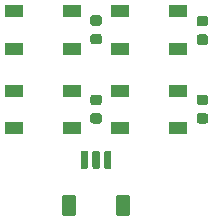
<source format=gbr>
G04 #@! TF.GenerationSoftware,KiCad,Pcbnew,(5.1.4)-1*
G04 #@! TF.CreationDate,2021-01-17T20:13:50-03:30*
G04 #@! TF.ProjectId,RGB_Breakout,5247425f-4272-4656-916b-6f75742e6b69,V1.0*
G04 #@! TF.SameCoordinates,Original*
G04 #@! TF.FileFunction,Paste,Top*
G04 #@! TF.FilePolarity,Positive*
%FSLAX46Y46*%
G04 Gerber Fmt 4.6, Leading zero omitted, Abs format (unit mm)*
G04 Created by KiCad (PCBNEW (5.1.4)-1) date 2021-01-17 20:13:50*
%MOMM*%
%LPD*%
G04 APERTURE LIST*
%ADD10C,0.100000*%
%ADD11C,0.875000*%
%ADD12C,0.600000*%
%ADD13C,1.200000*%
%ADD14R,1.500000X1.000000*%
G04 APERTURE END LIST*
D10*
G36*
X65277691Y-141313553D02*
G01*
X65298926Y-141316703D01*
X65319750Y-141321919D01*
X65339962Y-141329151D01*
X65359368Y-141338330D01*
X65377781Y-141349366D01*
X65395024Y-141362154D01*
X65410930Y-141376570D01*
X65425346Y-141392476D01*
X65438134Y-141409719D01*
X65449170Y-141428132D01*
X65458349Y-141447538D01*
X65465581Y-141467750D01*
X65470797Y-141488574D01*
X65473947Y-141509809D01*
X65475000Y-141531250D01*
X65475000Y-141968750D01*
X65473947Y-141990191D01*
X65470797Y-142011426D01*
X65465581Y-142032250D01*
X65458349Y-142052462D01*
X65449170Y-142071868D01*
X65438134Y-142090281D01*
X65425346Y-142107524D01*
X65410930Y-142123430D01*
X65395024Y-142137846D01*
X65377781Y-142150634D01*
X65359368Y-142161670D01*
X65339962Y-142170849D01*
X65319750Y-142178081D01*
X65298926Y-142183297D01*
X65277691Y-142186447D01*
X65256250Y-142187500D01*
X64743750Y-142187500D01*
X64722309Y-142186447D01*
X64701074Y-142183297D01*
X64680250Y-142178081D01*
X64660038Y-142170849D01*
X64640632Y-142161670D01*
X64622219Y-142150634D01*
X64604976Y-142137846D01*
X64589070Y-142123430D01*
X64574654Y-142107524D01*
X64561866Y-142090281D01*
X64550830Y-142071868D01*
X64541651Y-142052462D01*
X64534419Y-142032250D01*
X64529203Y-142011426D01*
X64526053Y-141990191D01*
X64525000Y-141968750D01*
X64525000Y-141531250D01*
X64526053Y-141509809D01*
X64529203Y-141488574D01*
X64534419Y-141467750D01*
X64541651Y-141447538D01*
X64550830Y-141428132D01*
X64561866Y-141409719D01*
X64574654Y-141392476D01*
X64589070Y-141376570D01*
X64604976Y-141362154D01*
X64622219Y-141349366D01*
X64640632Y-141338330D01*
X64660038Y-141329151D01*
X64680250Y-141321919D01*
X64701074Y-141316703D01*
X64722309Y-141313553D01*
X64743750Y-141312500D01*
X65256250Y-141312500D01*
X65277691Y-141313553D01*
X65277691Y-141313553D01*
G37*
D11*
X65000000Y-141750000D03*
D10*
G36*
X65277691Y-139738553D02*
G01*
X65298926Y-139741703D01*
X65319750Y-139746919D01*
X65339962Y-139754151D01*
X65359368Y-139763330D01*
X65377781Y-139774366D01*
X65395024Y-139787154D01*
X65410930Y-139801570D01*
X65425346Y-139817476D01*
X65438134Y-139834719D01*
X65449170Y-139853132D01*
X65458349Y-139872538D01*
X65465581Y-139892750D01*
X65470797Y-139913574D01*
X65473947Y-139934809D01*
X65475000Y-139956250D01*
X65475000Y-140393750D01*
X65473947Y-140415191D01*
X65470797Y-140436426D01*
X65465581Y-140457250D01*
X65458349Y-140477462D01*
X65449170Y-140496868D01*
X65438134Y-140515281D01*
X65425346Y-140532524D01*
X65410930Y-140548430D01*
X65395024Y-140562846D01*
X65377781Y-140575634D01*
X65359368Y-140586670D01*
X65339962Y-140595849D01*
X65319750Y-140603081D01*
X65298926Y-140608297D01*
X65277691Y-140611447D01*
X65256250Y-140612500D01*
X64743750Y-140612500D01*
X64722309Y-140611447D01*
X64701074Y-140608297D01*
X64680250Y-140603081D01*
X64660038Y-140595849D01*
X64640632Y-140586670D01*
X64622219Y-140575634D01*
X64604976Y-140562846D01*
X64589070Y-140548430D01*
X64574654Y-140532524D01*
X64561866Y-140515281D01*
X64550830Y-140496868D01*
X64541651Y-140477462D01*
X64534419Y-140457250D01*
X64529203Y-140436426D01*
X64526053Y-140415191D01*
X64525000Y-140393750D01*
X64525000Y-139956250D01*
X64526053Y-139934809D01*
X64529203Y-139913574D01*
X64534419Y-139892750D01*
X64541651Y-139872538D01*
X64550830Y-139853132D01*
X64561866Y-139834719D01*
X64574654Y-139817476D01*
X64589070Y-139801570D01*
X64604976Y-139787154D01*
X64622219Y-139774366D01*
X64640632Y-139763330D01*
X64660038Y-139754151D01*
X64680250Y-139746919D01*
X64701074Y-139741703D01*
X64722309Y-139738553D01*
X64743750Y-139737500D01*
X65256250Y-139737500D01*
X65277691Y-139738553D01*
X65277691Y-139738553D01*
G37*
D11*
X65000000Y-140175000D03*
D10*
G36*
X74277691Y-139738553D02*
G01*
X74298926Y-139741703D01*
X74319750Y-139746919D01*
X74339962Y-139754151D01*
X74359368Y-139763330D01*
X74377781Y-139774366D01*
X74395024Y-139787154D01*
X74410930Y-139801570D01*
X74425346Y-139817476D01*
X74438134Y-139834719D01*
X74449170Y-139853132D01*
X74458349Y-139872538D01*
X74465581Y-139892750D01*
X74470797Y-139913574D01*
X74473947Y-139934809D01*
X74475000Y-139956250D01*
X74475000Y-140393750D01*
X74473947Y-140415191D01*
X74470797Y-140436426D01*
X74465581Y-140457250D01*
X74458349Y-140477462D01*
X74449170Y-140496868D01*
X74438134Y-140515281D01*
X74425346Y-140532524D01*
X74410930Y-140548430D01*
X74395024Y-140562846D01*
X74377781Y-140575634D01*
X74359368Y-140586670D01*
X74339962Y-140595849D01*
X74319750Y-140603081D01*
X74298926Y-140608297D01*
X74277691Y-140611447D01*
X74256250Y-140612500D01*
X73743750Y-140612500D01*
X73722309Y-140611447D01*
X73701074Y-140608297D01*
X73680250Y-140603081D01*
X73660038Y-140595849D01*
X73640632Y-140586670D01*
X73622219Y-140575634D01*
X73604976Y-140562846D01*
X73589070Y-140548430D01*
X73574654Y-140532524D01*
X73561866Y-140515281D01*
X73550830Y-140496868D01*
X73541651Y-140477462D01*
X73534419Y-140457250D01*
X73529203Y-140436426D01*
X73526053Y-140415191D01*
X73525000Y-140393750D01*
X73525000Y-139956250D01*
X73526053Y-139934809D01*
X73529203Y-139913574D01*
X73534419Y-139892750D01*
X73541651Y-139872538D01*
X73550830Y-139853132D01*
X73561866Y-139834719D01*
X73574654Y-139817476D01*
X73589070Y-139801570D01*
X73604976Y-139787154D01*
X73622219Y-139774366D01*
X73640632Y-139763330D01*
X73660038Y-139754151D01*
X73680250Y-139746919D01*
X73701074Y-139741703D01*
X73722309Y-139738553D01*
X73743750Y-139737500D01*
X74256250Y-139737500D01*
X74277691Y-139738553D01*
X74277691Y-139738553D01*
G37*
D11*
X74000000Y-140175000D03*
D10*
G36*
X74277691Y-141313553D02*
G01*
X74298926Y-141316703D01*
X74319750Y-141321919D01*
X74339962Y-141329151D01*
X74359368Y-141338330D01*
X74377781Y-141349366D01*
X74395024Y-141362154D01*
X74410930Y-141376570D01*
X74425346Y-141392476D01*
X74438134Y-141409719D01*
X74449170Y-141428132D01*
X74458349Y-141447538D01*
X74465581Y-141467750D01*
X74470797Y-141488574D01*
X74473947Y-141509809D01*
X74475000Y-141531250D01*
X74475000Y-141968750D01*
X74473947Y-141990191D01*
X74470797Y-142011426D01*
X74465581Y-142032250D01*
X74458349Y-142052462D01*
X74449170Y-142071868D01*
X74438134Y-142090281D01*
X74425346Y-142107524D01*
X74410930Y-142123430D01*
X74395024Y-142137846D01*
X74377781Y-142150634D01*
X74359368Y-142161670D01*
X74339962Y-142170849D01*
X74319750Y-142178081D01*
X74298926Y-142183297D01*
X74277691Y-142186447D01*
X74256250Y-142187500D01*
X73743750Y-142187500D01*
X73722309Y-142186447D01*
X73701074Y-142183297D01*
X73680250Y-142178081D01*
X73660038Y-142170849D01*
X73640632Y-142161670D01*
X73622219Y-142150634D01*
X73604976Y-142137846D01*
X73589070Y-142123430D01*
X73574654Y-142107524D01*
X73561866Y-142090281D01*
X73550830Y-142071868D01*
X73541651Y-142052462D01*
X73534419Y-142032250D01*
X73529203Y-142011426D01*
X73526053Y-141990191D01*
X73525000Y-141968750D01*
X73525000Y-141531250D01*
X73526053Y-141509809D01*
X73529203Y-141488574D01*
X73534419Y-141467750D01*
X73541651Y-141447538D01*
X73550830Y-141428132D01*
X73561866Y-141409719D01*
X73574654Y-141392476D01*
X73589070Y-141376570D01*
X73604976Y-141362154D01*
X73622219Y-141349366D01*
X73640632Y-141338330D01*
X73660038Y-141329151D01*
X73680250Y-141321919D01*
X73701074Y-141316703D01*
X73722309Y-141313553D01*
X73743750Y-141312500D01*
X74256250Y-141312500D01*
X74277691Y-141313553D01*
X74277691Y-141313553D01*
G37*
D11*
X74000000Y-141750000D03*
D10*
G36*
X74277691Y-134638553D02*
G01*
X74298926Y-134641703D01*
X74319750Y-134646919D01*
X74339962Y-134654151D01*
X74359368Y-134663330D01*
X74377781Y-134674366D01*
X74395024Y-134687154D01*
X74410930Y-134701570D01*
X74425346Y-134717476D01*
X74438134Y-134734719D01*
X74449170Y-134753132D01*
X74458349Y-134772538D01*
X74465581Y-134792750D01*
X74470797Y-134813574D01*
X74473947Y-134834809D01*
X74475000Y-134856250D01*
X74475000Y-135293750D01*
X74473947Y-135315191D01*
X74470797Y-135336426D01*
X74465581Y-135357250D01*
X74458349Y-135377462D01*
X74449170Y-135396868D01*
X74438134Y-135415281D01*
X74425346Y-135432524D01*
X74410930Y-135448430D01*
X74395024Y-135462846D01*
X74377781Y-135475634D01*
X74359368Y-135486670D01*
X74339962Y-135495849D01*
X74319750Y-135503081D01*
X74298926Y-135508297D01*
X74277691Y-135511447D01*
X74256250Y-135512500D01*
X73743750Y-135512500D01*
X73722309Y-135511447D01*
X73701074Y-135508297D01*
X73680250Y-135503081D01*
X73660038Y-135495849D01*
X73640632Y-135486670D01*
X73622219Y-135475634D01*
X73604976Y-135462846D01*
X73589070Y-135448430D01*
X73574654Y-135432524D01*
X73561866Y-135415281D01*
X73550830Y-135396868D01*
X73541651Y-135377462D01*
X73534419Y-135357250D01*
X73529203Y-135336426D01*
X73526053Y-135315191D01*
X73525000Y-135293750D01*
X73525000Y-134856250D01*
X73526053Y-134834809D01*
X73529203Y-134813574D01*
X73534419Y-134792750D01*
X73541651Y-134772538D01*
X73550830Y-134753132D01*
X73561866Y-134734719D01*
X73574654Y-134717476D01*
X73589070Y-134701570D01*
X73604976Y-134687154D01*
X73622219Y-134674366D01*
X73640632Y-134663330D01*
X73660038Y-134654151D01*
X73680250Y-134646919D01*
X73701074Y-134641703D01*
X73722309Y-134638553D01*
X73743750Y-134637500D01*
X74256250Y-134637500D01*
X74277691Y-134638553D01*
X74277691Y-134638553D01*
G37*
D11*
X74000000Y-135075000D03*
D10*
G36*
X74277691Y-133063553D02*
G01*
X74298926Y-133066703D01*
X74319750Y-133071919D01*
X74339962Y-133079151D01*
X74359368Y-133088330D01*
X74377781Y-133099366D01*
X74395024Y-133112154D01*
X74410930Y-133126570D01*
X74425346Y-133142476D01*
X74438134Y-133159719D01*
X74449170Y-133178132D01*
X74458349Y-133197538D01*
X74465581Y-133217750D01*
X74470797Y-133238574D01*
X74473947Y-133259809D01*
X74475000Y-133281250D01*
X74475000Y-133718750D01*
X74473947Y-133740191D01*
X74470797Y-133761426D01*
X74465581Y-133782250D01*
X74458349Y-133802462D01*
X74449170Y-133821868D01*
X74438134Y-133840281D01*
X74425346Y-133857524D01*
X74410930Y-133873430D01*
X74395024Y-133887846D01*
X74377781Y-133900634D01*
X74359368Y-133911670D01*
X74339962Y-133920849D01*
X74319750Y-133928081D01*
X74298926Y-133933297D01*
X74277691Y-133936447D01*
X74256250Y-133937500D01*
X73743750Y-133937500D01*
X73722309Y-133936447D01*
X73701074Y-133933297D01*
X73680250Y-133928081D01*
X73660038Y-133920849D01*
X73640632Y-133911670D01*
X73622219Y-133900634D01*
X73604976Y-133887846D01*
X73589070Y-133873430D01*
X73574654Y-133857524D01*
X73561866Y-133840281D01*
X73550830Y-133821868D01*
X73541651Y-133802462D01*
X73534419Y-133782250D01*
X73529203Y-133761426D01*
X73526053Y-133740191D01*
X73525000Y-133718750D01*
X73525000Y-133281250D01*
X73526053Y-133259809D01*
X73529203Y-133238574D01*
X73534419Y-133217750D01*
X73541651Y-133197538D01*
X73550830Y-133178132D01*
X73561866Y-133159719D01*
X73574654Y-133142476D01*
X73589070Y-133126570D01*
X73604976Y-133112154D01*
X73622219Y-133099366D01*
X73640632Y-133088330D01*
X73660038Y-133079151D01*
X73680250Y-133071919D01*
X73701074Y-133066703D01*
X73722309Y-133063553D01*
X73743750Y-133062500D01*
X74256250Y-133062500D01*
X74277691Y-133063553D01*
X74277691Y-133063553D01*
G37*
D11*
X74000000Y-133500000D03*
D10*
G36*
X65277691Y-133026053D02*
G01*
X65298926Y-133029203D01*
X65319750Y-133034419D01*
X65339962Y-133041651D01*
X65359368Y-133050830D01*
X65377781Y-133061866D01*
X65395024Y-133074654D01*
X65410930Y-133089070D01*
X65425346Y-133104976D01*
X65438134Y-133122219D01*
X65449170Y-133140632D01*
X65458349Y-133160038D01*
X65465581Y-133180250D01*
X65470797Y-133201074D01*
X65473947Y-133222309D01*
X65475000Y-133243750D01*
X65475000Y-133681250D01*
X65473947Y-133702691D01*
X65470797Y-133723926D01*
X65465581Y-133744750D01*
X65458349Y-133764962D01*
X65449170Y-133784368D01*
X65438134Y-133802781D01*
X65425346Y-133820024D01*
X65410930Y-133835930D01*
X65395024Y-133850346D01*
X65377781Y-133863134D01*
X65359368Y-133874170D01*
X65339962Y-133883349D01*
X65319750Y-133890581D01*
X65298926Y-133895797D01*
X65277691Y-133898947D01*
X65256250Y-133900000D01*
X64743750Y-133900000D01*
X64722309Y-133898947D01*
X64701074Y-133895797D01*
X64680250Y-133890581D01*
X64660038Y-133883349D01*
X64640632Y-133874170D01*
X64622219Y-133863134D01*
X64604976Y-133850346D01*
X64589070Y-133835930D01*
X64574654Y-133820024D01*
X64561866Y-133802781D01*
X64550830Y-133784368D01*
X64541651Y-133764962D01*
X64534419Y-133744750D01*
X64529203Y-133723926D01*
X64526053Y-133702691D01*
X64525000Y-133681250D01*
X64525000Y-133243750D01*
X64526053Y-133222309D01*
X64529203Y-133201074D01*
X64534419Y-133180250D01*
X64541651Y-133160038D01*
X64550830Y-133140632D01*
X64561866Y-133122219D01*
X64574654Y-133104976D01*
X64589070Y-133089070D01*
X64604976Y-133074654D01*
X64622219Y-133061866D01*
X64640632Y-133050830D01*
X64660038Y-133041651D01*
X64680250Y-133034419D01*
X64701074Y-133029203D01*
X64722309Y-133026053D01*
X64743750Y-133025000D01*
X65256250Y-133025000D01*
X65277691Y-133026053D01*
X65277691Y-133026053D01*
G37*
D11*
X65000000Y-133462500D03*
D10*
G36*
X65277691Y-134601053D02*
G01*
X65298926Y-134604203D01*
X65319750Y-134609419D01*
X65339962Y-134616651D01*
X65359368Y-134625830D01*
X65377781Y-134636866D01*
X65395024Y-134649654D01*
X65410930Y-134664070D01*
X65425346Y-134679976D01*
X65438134Y-134697219D01*
X65449170Y-134715632D01*
X65458349Y-134735038D01*
X65465581Y-134755250D01*
X65470797Y-134776074D01*
X65473947Y-134797309D01*
X65475000Y-134818750D01*
X65475000Y-135256250D01*
X65473947Y-135277691D01*
X65470797Y-135298926D01*
X65465581Y-135319750D01*
X65458349Y-135339962D01*
X65449170Y-135359368D01*
X65438134Y-135377781D01*
X65425346Y-135395024D01*
X65410930Y-135410930D01*
X65395024Y-135425346D01*
X65377781Y-135438134D01*
X65359368Y-135449170D01*
X65339962Y-135458349D01*
X65319750Y-135465581D01*
X65298926Y-135470797D01*
X65277691Y-135473947D01*
X65256250Y-135475000D01*
X64743750Y-135475000D01*
X64722309Y-135473947D01*
X64701074Y-135470797D01*
X64680250Y-135465581D01*
X64660038Y-135458349D01*
X64640632Y-135449170D01*
X64622219Y-135438134D01*
X64604976Y-135425346D01*
X64589070Y-135410930D01*
X64574654Y-135395024D01*
X64561866Y-135377781D01*
X64550830Y-135359368D01*
X64541651Y-135339962D01*
X64534419Y-135319750D01*
X64529203Y-135298926D01*
X64526053Y-135277691D01*
X64525000Y-135256250D01*
X64525000Y-134818750D01*
X64526053Y-134797309D01*
X64529203Y-134776074D01*
X64534419Y-134755250D01*
X64541651Y-134735038D01*
X64550830Y-134715632D01*
X64561866Y-134697219D01*
X64574654Y-134679976D01*
X64589070Y-134664070D01*
X64604976Y-134649654D01*
X64622219Y-134636866D01*
X64640632Y-134625830D01*
X64660038Y-134616651D01*
X64680250Y-134609419D01*
X64701074Y-134604203D01*
X64722309Y-134601053D01*
X64743750Y-134600000D01*
X65256250Y-134600000D01*
X65277691Y-134601053D01*
X65277691Y-134601053D01*
G37*
D11*
X65000000Y-135037500D03*
D10*
G36*
X64164703Y-144475722D02*
G01*
X64179264Y-144477882D01*
X64193543Y-144481459D01*
X64207403Y-144486418D01*
X64220710Y-144492712D01*
X64233336Y-144500280D01*
X64245159Y-144509048D01*
X64256066Y-144518934D01*
X64265952Y-144529841D01*
X64274720Y-144541664D01*
X64282288Y-144554290D01*
X64288582Y-144567597D01*
X64293541Y-144581457D01*
X64297118Y-144595736D01*
X64299278Y-144610297D01*
X64300000Y-144625000D01*
X64300000Y-145875000D01*
X64299278Y-145889703D01*
X64297118Y-145904264D01*
X64293541Y-145918543D01*
X64288582Y-145932403D01*
X64282288Y-145945710D01*
X64274720Y-145958336D01*
X64265952Y-145970159D01*
X64256066Y-145981066D01*
X64245159Y-145990952D01*
X64233336Y-145999720D01*
X64220710Y-146007288D01*
X64207403Y-146013582D01*
X64193543Y-146018541D01*
X64179264Y-146022118D01*
X64164703Y-146024278D01*
X64150000Y-146025000D01*
X63850000Y-146025000D01*
X63835297Y-146024278D01*
X63820736Y-146022118D01*
X63806457Y-146018541D01*
X63792597Y-146013582D01*
X63779290Y-146007288D01*
X63766664Y-145999720D01*
X63754841Y-145990952D01*
X63743934Y-145981066D01*
X63734048Y-145970159D01*
X63725280Y-145958336D01*
X63717712Y-145945710D01*
X63711418Y-145932403D01*
X63706459Y-145918543D01*
X63702882Y-145904264D01*
X63700722Y-145889703D01*
X63700000Y-145875000D01*
X63700000Y-144625000D01*
X63700722Y-144610297D01*
X63702882Y-144595736D01*
X63706459Y-144581457D01*
X63711418Y-144567597D01*
X63717712Y-144554290D01*
X63725280Y-144541664D01*
X63734048Y-144529841D01*
X63743934Y-144518934D01*
X63754841Y-144509048D01*
X63766664Y-144500280D01*
X63779290Y-144492712D01*
X63792597Y-144486418D01*
X63806457Y-144481459D01*
X63820736Y-144477882D01*
X63835297Y-144475722D01*
X63850000Y-144475000D01*
X64150000Y-144475000D01*
X64164703Y-144475722D01*
X64164703Y-144475722D01*
G37*
D12*
X64000000Y-145250000D03*
D10*
G36*
X65164703Y-144475722D02*
G01*
X65179264Y-144477882D01*
X65193543Y-144481459D01*
X65207403Y-144486418D01*
X65220710Y-144492712D01*
X65233336Y-144500280D01*
X65245159Y-144509048D01*
X65256066Y-144518934D01*
X65265952Y-144529841D01*
X65274720Y-144541664D01*
X65282288Y-144554290D01*
X65288582Y-144567597D01*
X65293541Y-144581457D01*
X65297118Y-144595736D01*
X65299278Y-144610297D01*
X65300000Y-144625000D01*
X65300000Y-145875000D01*
X65299278Y-145889703D01*
X65297118Y-145904264D01*
X65293541Y-145918543D01*
X65288582Y-145932403D01*
X65282288Y-145945710D01*
X65274720Y-145958336D01*
X65265952Y-145970159D01*
X65256066Y-145981066D01*
X65245159Y-145990952D01*
X65233336Y-145999720D01*
X65220710Y-146007288D01*
X65207403Y-146013582D01*
X65193543Y-146018541D01*
X65179264Y-146022118D01*
X65164703Y-146024278D01*
X65150000Y-146025000D01*
X64850000Y-146025000D01*
X64835297Y-146024278D01*
X64820736Y-146022118D01*
X64806457Y-146018541D01*
X64792597Y-146013582D01*
X64779290Y-146007288D01*
X64766664Y-145999720D01*
X64754841Y-145990952D01*
X64743934Y-145981066D01*
X64734048Y-145970159D01*
X64725280Y-145958336D01*
X64717712Y-145945710D01*
X64711418Y-145932403D01*
X64706459Y-145918543D01*
X64702882Y-145904264D01*
X64700722Y-145889703D01*
X64700000Y-145875000D01*
X64700000Y-144625000D01*
X64700722Y-144610297D01*
X64702882Y-144595736D01*
X64706459Y-144581457D01*
X64711418Y-144567597D01*
X64717712Y-144554290D01*
X64725280Y-144541664D01*
X64734048Y-144529841D01*
X64743934Y-144518934D01*
X64754841Y-144509048D01*
X64766664Y-144500280D01*
X64779290Y-144492712D01*
X64792597Y-144486418D01*
X64806457Y-144481459D01*
X64820736Y-144477882D01*
X64835297Y-144475722D01*
X64850000Y-144475000D01*
X65150000Y-144475000D01*
X65164703Y-144475722D01*
X65164703Y-144475722D01*
G37*
D12*
X65000000Y-145250000D03*
D10*
G36*
X66164703Y-144475722D02*
G01*
X66179264Y-144477882D01*
X66193543Y-144481459D01*
X66207403Y-144486418D01*
X66220710Y-144492712D01*
X66233336Y-144500280D01*
X66245159Y-144509048D01*
X66256066Y-144518934D01*
X66265952Y-144529841D01*
X66274720Y-144541664D01*
X66282288Y-144554290D01*
X66288582Y-144567597D01*
X66293541Y-144581457D01*
X66297118Y-144595736D01*
X66299278Y-144610297D01*
X66300000Y-144625000D01*
X66300000Y-145875000D01*
X66299278Y-145889703D01*
X66297118Y-145904264D01*
X66293541Y-145918543D01*
X66288582Y-145932403D01*
X66282288Y-145945710D01*
X66274720Y-145958336D01*
X66265952Y-145970159D01*
X66256066Y-145981066D01*
X66245159Y-145990952D01*
X66233336Y-145999720D01*
X66220710Y-146007288D01*
X66207403Y-146013582D01*
X66193543Y-146018541D01*
X66179264Y-146022118D01*
X66164703Y-146024278D01*
X66150000Y-146025000D01*
X65850000Y-146025000D01*
X65835297Y-146024278D01*
X65820736Y-146022118D01*
X65806457Y-146018541D01*
X65792597Y-146013582D01*
X65779290Y-146007288D01*
X65766664Y-145999720D01*
X65754841Y-145990952D01*
X65743934Y-145981066D01*
X65734048Y-145970159D01*
X65725280Y-145958336D01*
X65717712Y-145945710D01*
X65711418Y-145932403D01*
X65706459Y-145918543D01*
X65702882Y-145904264D01*
X65700722Y-145889703D01*
X65700000Y-145875000D01*
X65700000Y-144625000D01*
X65700722Y-144610297D01*
X65702882Y-144595736D01*
X65706459Y-144581457D01*
X65711418Y-144567597D01*
X65717712Y-144554290D01*
X65725280Y-144541664D01*
X65734048Y-144529841D01*
X65743934Y-144518934D01*
X65754841Y-144509048D01*
X65766664Y-144500280D01*
X65779290Y-144492712D01*
X65792597Y-144486418D01*
X65806457Y-144481459D01*
X65820736Y-144477882D01*
X65835297Y-144475722D01*
X65850000Y-144475000D01*
X66150000Y-144475000D01*
X66164703Y-144475722D01*
X66164703Y-144475722D01*
G37*
D12*
X66000000Y-145250000D03*
D10*
G36*
X63074505Y-148226204D02*
G01*
X63098773Y-148229804D01*
X63122572Y-148235765D01*
X63145671Y-148244030D01*
X63167850Y-148254520D01*
X63188893Y-148267132D01*
X63208599Y-148281747D01*
X63226777Y-148298223D01*
X63243253Y-148316401D01*
X63257868Y-148336107D01*
X63270480Y-148357150D01*
X63280970Y-148379329D01*
X63289235Y-148402428D01*
X63295196Y-148426227D01*
X63298796Y-148450495D01*
X63300000Y-148474999D01*
X63300000Y-149775001D01*
X63298796Y-149799505D01*
X63295196Y-149823773D01*
X63289235Y-149847572D01*
X63280970Y-149870671D01*
X63270480Y-149892850D01*
X63257868Y-149913893D01*
X63243253Y-149933599D01*
X63226777Y-149951777D01*
X63208599Y-149968253D01*
X63188893Y-149982868D01*
X63167850Y-149995480D01*
X63145671Y-150005970D01*
X63122572Y-150014235D01*
X63098773Y-150020196D01*
X63074505Y-150023796D01*
X63050001Y-150025000D01*
X62349999Y-150025000D01*
X62325495Y-150023796D01*
X62301227Y-150020196D01*
X62277428Y-150014235D01*
X62254329Y-150005970D01*
X62232150Y-149995480D01*
X62211107Y-149982868D01*
X62191401Y-149968253D01*
X62173223Y-149951777D01*
X62156747Y-149933599D01*
X62142132Y-149913893D01*
X62129520Y-149892850D01*
X62119030Y-149870671D01*
X62110765Y-149847572D01*
X62104804Y-149823773D01*
X62101204Y-149799505D01*
X62100000Y-149775001D01*
X62100000Y-148474999D01*
X62101204Y-148450495D01*
X62104804Y-148426227D01*
X62110765Y-148402428D01*
X62119030Y-148379329D01*
X62129520Y-148357150D01*
X62142132Y-148336107D01*
X62156747Y-148316401D01*
X62173223Y-148298223D01*
X62191401Y-148281747D01*
X62211107Y-148267132D01*
X62232150Y-148254520D01*
X62254329Y-148244030D01*
X62277428Y-148235765D01*
X62301227Y-148229804D01*
X62325495Y-148226204D01*
X62349999Y-148225000D01*
X63050001Y-148225000D01*
X63074505Y-148226204D01*
X63074505Y-148226204D01*
G37*
D13*
X62700000Y-149125000D03*
D10*
G36*
X67674505Y-148226204D02*
G01*
X67698773Y-148229804D01*
X67722572Y-148235765D01*
X67745671Y-148244030D01*
X67767850Y-148254520D01*
X67788893Y-148267132D01*
X67808599Y-148281747D01*
X67826777Y-148298223D01*
X67843253Y-148316401D01*
X67857868Y-148336107D01*
X67870480Y-148357150D01*
X67880970Y-148379329D01*
X67889235Y-148402428D01*
X67895196Y-148426227D01*
X67898796Y-148450495D01*
X67900000Y-148474999D01*
X67900000Y-149775001D01*
X67898796Y-149799505D01*
X67895196Y-149823773D01*
X67889235Y-149847572D01*
X67880970Y-149870671D01*
X67870480Y-149892850D01*
X67857868Y-149913893D01*
X67843253Y-149933599D01*
X67826777Y-149951777D01*
X67808599Y-149968253D01*
X67788893Y-149982868D01*
X67767850Y-149995480D01*
X67745671Y-150005970D01*
X67722572Y-150014235D01*
X67698773Y-150020196D01*
X67674505Y-150023796D01*
X67650001Y-150025000D01*
X66949999Y-150025000D01*
X66925495Y-150023796D01*
X66901227Y-150020196D01*
X66877428Y-150014235D01*
X66854329Y-150005970D01*
X66832150Y-149995480D01*
X66811107Y-149982868D01*
X66791401Y-149968253D01*
X66773223Y-149951777D01*
X66756747Y-149933599D01*
X66742132Y-149913893D01*
X66729520Y-149892850D01*
X66719030Y-149870671D01*
X66710765Y-149847572D01*
X66704804Y-149823773D01*
X66701204Y-149799505D01*
X66700000Y-149775001D01*
X66700000Y-148474999D01*
X66701204Y-148450495D01*
X66704804Y-148426227D01*
X66710765Y-148402428D01*
X66719030Y-148379329D01*
X66729520Y-148357150D01*
X66742132Y-148336107D01*
X66756747Y-148316401D01*
X66773223Y-148298223D01*
X66791401Y-148281747D01*
X66811107Y-148267132D01*
X66832150Y-148254520D01*
X66854329Y-148244030D01*
X66877428Y-148235765D01*
X66901227Y-148229804D01*
X66925495Y-148226204D01*
X66949999Y-148225000D01*
X67650001Y-148225000D01*
X67674505Y-148226204D01*
X67674505Y-148226204D01*
G37*
D13*
X67300000Y-149125000D03*
D14*
X58050000Y-139400000D03*
X58050000Y-142600000D03*
X62950000Y-139400000D03*
X62950000Y-142600000D03*
X71950000Y-142600000D03*
X71950000Y-139400000D03*
X67050000Y-142600000D03*
X67050000Y-139400000D03*
X67050000Y-132650000D03*
X67050000Y-135850000D03*
X71950000Y-132650000D03*
X71950000Y-135850000D03*
X62950000Y-135850000D03*
X62950000Y-132650000D03*
X58050000Y-135850000D03*
X58050000Y-132650000D03*
M02*

</source>
